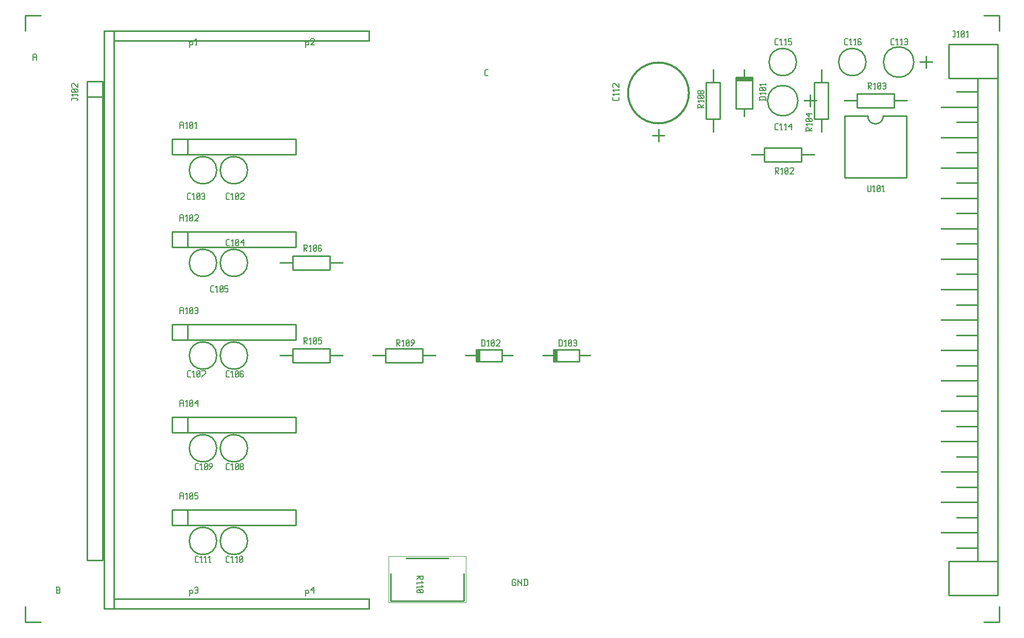
<source format=gbr>
G04 start of page 10 for group -4079 idx -4079 *
G04 Title: 26.003.00.01.01.pcb, topsilk *
G04 Creator: pcb 20100929 *
G04 CreationDate: Wed Mar 18 07:56:07 2015 UTC *
G04 For: bert *
G04 Format: Gerber/RS-274X *
G04 PCB-Dimensions: 649606 413386 *
G04 PCB-Coordinate-Origin: lower left *
%MOIN*%
%FSLAX25Y25*%
%LNFRONTSILK*%
%ADD26C,0.0100*%
%ADD27C,0.0080*%
%ADD32C,0.0120*%
%ADD33C,0.0000*%
G54D26*X0Y413386D02*X10000D01*
X51181Y403543D02*X222441D01*
X57480Y397244D02*X222441D01*
Y403543D02*Y397244D01*
X0Y413386D02*Y403386D01*
X222441Y29528D02*Y35827D01*
X51181Y29528D02*X222441D01*
X630000Y20886D02*Y30886D01*
Y20886D02*X620000D01*
X57480Y403543D02*Y29528D01*
Y35827D02*X222441D01*
X51181Y403543D02*Y29528D01*
X0Y20886D02*X10000D01*
X0D02*Y30886D01*
X40000Y370886D02*X50000D01*
X40000Y360886D02*X50000D01*
X40000Y370886D02*Y60886D01*
X50000Y370886D02*Y60886D01*
X40000D02*X50000D01*
X95000Y333386D02*Y323386D01*
X105000Y333386D02*Y323386D01*
X95000D02*X175000D01*
X95000Y333386D02*X175000D01*
Y323386D01*
X95000Y273386D02*Y263386D01*
X105000Y273386D02*Y263386D01*
X95000D02*X175000D01*
X95000Y273386D02*X175000D01*
Y263386D01*
X630000Y413386D02*X620000D01*
X630000D02*Y403386D01*
X578779Y383386D02*X586653D01*
X582716Y387323D02*Y379449D01*
X574842Y383386D02*G75*G03X574842Y383386I-9843J0D01*G01*
X629132Y394883D02*Y38190D01*
X616140Y372836D02*Y60237D01*
X592518Y334647D02*X616140D01*
X602360Y364174D02*X616140D01*
X592518Y236221D02*X616139D01*
X602360Y285434D02*X616140D01*
X592518Y275591D02*X616139D01*
Y236221D02*X616140Y236222D01*
X616139Y275591D02*X616140Y275592D01*
X602360Y265749D02*X616140D01*
X616139Y255906D02*X616140Y255907D01*
X592518Y255906D02*X616139D01*
Y314961D02*X616140Y314962D01*
X602360Y305119D02*X616140D01*
X616139Y295276D02*X616140Y295277D01*
X592518Y295276D02*X616139D01*
X602360Y246064D02*X616140D01*
X602360Y206694D02*X616140D01*
X592518Y216537D02*X616140D01*
X602360Y226379D02*X616140D01*
X592518Y177167D02*X616140D01*
X602360Y187009D02*X616140D01*
X592518Y196852D02*X616140D01*
X602360Y147639D02*X616140D01*
X592518Y157481D02*X616140D01*
X602360Y167324D02*X616140D01*
X592518Y118111D02*X616140D01*
X602360Y127954D02*X616140D01*
X592518Y137796D02*X616140D01*
X602360Y88584D02*X616140D01*
X592518Y98426D02*X616140D01*
X592518Y354332D02*X616140D01*
X602360Y344489D02*X616140D01*
X602360Y324804D02*X616140D01*
X592518Y314961D02*X616139D01*
X602360Y108269D02*X615746D01*
X616140Y107875D01*
X592518Y78741D02*X616140D01*
X602360Y68899D02*X616140D01*
X597242Y394883D02*X629132D01*
X597242D02*Y372836D01*
X629132D01*
X597242Y38190D02*X629132D01*
X597242Y60237D02*Y38190D01*
Y60237D02*X629132D01*
X445000Y378686D02*Y370286D01*
Y346486D02*Y338086D01*
X440500Y370286D02*X449500D01*
X440500Y346486D02*X449500D01*
Y370286D02*Y346486D01*
X440500Y370286D02*Y346486D01*
X409606Y339764D02*Y331890D01*
X405669Y335827D02*X413543D01*
G54D32*X409606Y343701D02*G75*G03X409606Y343701I0J19685D01*G01*
G54D26*X465000Y378686D02*Y373586D01*
Y353186D02*Y348086D01*
X459700Y373586D02*X470300D01*
X459700Y353186D02*X470300D01*
Y373586D02*Y353186D01*
X459700Y373586D02*Y353186D01*
Y373086D02*X470300D01*
X459700Y372586D02*X470300D01*
X459700Y372086D02*X470300D01*
X459700Y371586D02*X470300D01*
X503779Y358386D02*X511653D01*
X507716Y362323D02*Y354449D01*
X499842Y358386D02*G75*G03X499842Y358386I-9843J0D01*G01*
X498858Y383386D02*G75*G03X498858Y383386I-8858J0D01*G01*
X530000Y348386D02*Y308386D01*
X570000D01*
Y348386D01*
X530000D02*X545000D01*
X555000D02*X570000D01*
X545000D02*G75*G03X555000Y348386I5000J0D01*G01*
X515000Y378686D02*Y370286D01*
Y346486D02*Y338086D01*
X510500Y370286D02*X519500D01*
X510500Y346486D02*X519500D01*
Y370286D02*Y346486D01*
X510500Y370286D02*Y346486D01*
X529700Y358386D02*X538100D01*
X561900D02*X570300D01*
X538100Y362886D02*Y353886D01*
X561900Y362886D02*Y353886D01*
X538100Y362886D02*X561900D01*
X538100Y353886D02*X561900D01*
X334700Y193386D02*X341600D01*
X358400D02*X365300D01*
X341600Y197086D02*Y189686D01*
X358400Y197086D02*Y189686D01*
X341600Y197086D02*X358400D01*
X341600Y189686D02*X358400D01*
X342100Y197086D02*Y189686D01*
X342600Y197086D02*Y189686D01*
X343100Y197086D02*Y189686D01*
X343600Y197086D02*Y189686D01*
X256900Y193386D02*X265300D01*
X224700D02*X233100D01*
X256900Y197886D02*Y188886D01*
X233100Y197886D02*Y188886D01*
X256900D01*
X233100Y197886D02*X256900D01*
X284700Y193386D02*X291600D01*
X308400D02*X315300D01*
X291600Y197086D02*Y189686D01*
X308400Y197086D02*Y189686D01*
X291600Y197086D02*X308400D01*
X291600Y189686D02*X308400D01*
X292100Y197086D02*Y189686D01*
X292600Y197086D02*Y189686D01*
X293100Y197086D02*Y189686D01*
X293600Y197086D02*Y189686D01*
X543858Y383386D02*G75*G03X543858Y383386I-8858J0D01*G01*
X469700Y323386D02*X478100D01*
X501900D02*X510300D01*
X478100Y327886D02*Y318886D01*
X501900Y327886D02*Y318886D01*
X478100Y327886D02*X501900D01*
X478100Y318886D02*X501900D01*
X143858Y313386D02*G75*G03X143858Y313386I-8858J0D01*G01*
X123858D02*G75*G03X123858Y313386I-8858J0D01*G01*
X236378Y34606D02*X283622D01*
X236378Y52165D02*Y34606D01*
X246378Y62165D02*X273622D01*
X283622Y52165D02*Y34606D01*
G54D33*X235000Y33386D02*X285000D01*
X235000Y63386D02*Y33386D01*
Y63386D02*X285000D01*
Y33386D01*
G54D26*X173100Y193386D02*X164700D01*
X196900D02*X205300D01*
X173100Y197886D02*Y188886D01*
X196900Y197886D02*Y188886D01*
X173100Y197886D02*X196900D01*
X173100Y188886D02*X196900D01*
X143858Y253386D02*G75*G03X143858Y253386I-8858J0D01*G01*
X173100D02*X164700D01*
X196900D02*X205300D01*
X173100Y257886D02*Y248886D01*
X196900Y257886D02*Y248886D01*
X173100Y257886D02*X196900D01*
X173100Y248886D02*X196900D01*
X123858Y253386D02*G75*G03X123858Y253386I-8858J0D01*G01*
X95000Y213386D02*Y203386D01*
X105000Y213386D02*Y203386D01*
X95000D02*X175000D01*
X95000Y213386D02*X175000D01*
Y203386D01*
X95000Y153386D02*Y143386D01*
X105000Y153386D02*Y143386D01*
X95000D02*X175000D01*
X95000Y153386D02*X175000D01*
Y143386D01*
X143858Y133386D02*G75*G03X143858Y133386I-8858J0D01*G01*
X123858D02*G75*G03X123858Y133386I-8858J0D01*G01*
X143858Y193386D02*G75*G03X143858Y193386I-8858J0D01*G01*
X123858D02*G75*G03X123858Y193386I-8858J0D01*G01*
X143858Y73386D02*G75*G03X143858Y73386I-8858J0D01*G01*
X123858D02*G75*G03X123858Y73386I-8858J0D01*G01*
X95000Y93386D02*Y83386D01*
X105000Y93386D02*Y83386D01*
X95000D02*X175000D01*
X95000Y93386D02*X175000D01*
Y83386D01*
G54D27*X30000Y359886D02*Y358386D01*
Y359886D02*X33500D01*
X34000Y359386D02*X33500Y359886D01*
X34000Y359386D02*Y358886D01*
X33500Y358386D02*X34000Y358886D01*
Y362587D02*Y361587D01*
X30000Y362087D02*X34000D01*
X31000Y361087D02*X30000Y362087D01*
X33500Y363788D02*X34000Y364288D01*
X30500Y363788D02*X33500D01*
X30500D02*X30000Y364288D01*
Y365288D02*Y364288D01*
Y365288D02*X30500Y365788D01*
X33500D01*
X34000Y365288D02*X33500Y365788D01*
X34000Y365288D02*Y364288D01*
X33000Y363788D02*X31000Y365788D01*
X30500Y366989D02*X30000Y367489D01*
Y368989D02*Y367489D01*
Y368989D02*X30500Y369489D01*
X31500D01*
X34000Y366989D02*X31500Y369489D01*
X34000D02*Y366989D01*
X5000Y387886D02*Y384386D01*
Y387886D02*X5500Y388386D01*
X7000D01*
X7500Y387886D01*
Y384386D01*
X5000Y386386D02*X7500D01*
X20000Y39386D02*X22000D01*
X22500Y39886D01*
Y40886D02*Y39886D01*
X22000Y41386D02*X22500Y40886D01*
X20500Y41386D02*X22000D01*
X20500Y43386D02*Y39386D01*
X20000Y43386D02*X22000D01*
X22500Y42886D01*
Y41886D01*
X22000Y41386D02*X22500Y41886D01*
X105500Y294386D02*X107000D01*
X105000Y294886D02*X105500Y294386D01*
X105000Y297886D02*Y294886D01*
Y297886D02*X105500Y298386D01*
X107000D01*
X108701Y294386D02*X109701D01*
X109201Y298386D02*Y294386D01*
X108201Y297386D02*X109201Y298386D01*
X110902Y294886D02*X111402Y294386D01*
X110902Y297886D02*Y294886D01*
Y297886D02*X111402Y298386D01*
X112402D01*
X112902Y297886D01*
Y294886D01*
X112402Y294386D02*X112902Y294886D01*
X111402Y294386D02*X112402D01*
X110902Y295386D02*X112902Y297386D01*
X114103Y297886D02*X114603Y298386D01*
X115603D01*
X116103Y297886D01*
Y294886D01*
X115603Y294386D02*X116103Y294886D01*
X114603Y294386D02*X115603D01*
X114103Y294886D02*X114603Y294386D01*
Y296386D02*X116103D01*
X100000Y343886D02*Y340386D01*
Y343886D02*X100500Y344386D01*
X102000D01*
X102500Y343886D01*
Y340386D01*
X100000Y342386D02*X102500D01*
X104201Y340386D02*X105201D01*
X104701Y344386D02*Y340386D01*
X103701Y343386D02*X104701Y344386D01*
X106402Y340886D02*X106902Y340386D01*
X106402Y343886D02*Y340886D01*
Y343886D02*X106902Y344386D01*
X107902D01*
X108402Y343886D01*
Y340886D01*
X107902Y340386D02*X108402Y340886D01*
X106902Y340386D02*X107902D01*
X106402Y341386D02*X108402Y343386D01*
X110103Y340386D02*X111103D01*
X110603Y344386D02*Y340386D01*
X109603Y343386D02*X110603Y344386D01*
X100000Y283886D02*Y280386D01*
Y283886D02*X100500Y284386D01*
X102000D01*
X102500Y283886D01*
Y280386D01*
X100000Y282386D02*X102500D01*
X104201Y280386D02*X105201D01*
X104701Y284386D02*Y280386D01*
X103701Y283386D02*X104701Y284386D01*
X106402Y280886D02*X106902Y280386D01*
X106402Y283886D02*Y280886D01*
Y283886D02*X106902Y284386D01*
X107902D01*
X108402Y283886D01*
Y280886D01*
X107902Y280386D02*X108402Y280886D01*
X106902Y280386D02*X107902D01*
X106402Y281386D02*X108402Y283386D01*
X109603Y283886D02*X110103Y284386D01*
X111603D01*
X112103Y283886D01*
Y282886D01*
X109603Y280386D02*X112103Y282886D01*
X109603Y280386D02*X112103D01*
X100000Y223886D02*Y220386D01*
Y223886D02*X100500Y224386D01*
X102000D01*
X102500Y223886D01*
Y220386D01*
X100000Y222386D02*X102500D01*
X104201Y220386D02*X105201D01*
X104701Y224386D02*Y220386D01*
X103701Y223386D02*X104701Y224386D01*
X106402Y220886D02*X106902Y220386D01*
X106402Y223886D02*Y220886D01*
Y223886D02*X106902Y224386D01*
X107902D01*
X108402Y223886D01*
Y220886D01*
X107902Y220386D02*X108402Y220886D01*
X106902Y220386D02*X107902D01*
X106402Y221386D02*X108402Y223386D01*
X109603Y223886D02*X110103Y224386D01*
X111103D01*
X111603Y223886D01*
Y220886D01*
X111103Y220386D02*X111603Y220886D01*
X110103Y220386D02*X111103D01*
X109603Y220886D02*X110103Y220386D01*
Y222386D02*X111603D01*
X100000Y163886D02*Y160386D01*
Y163886D02*X100500Y164386D01*
X102000D01*
X102500Y163886D01*
Y160386D01*
X100000Y162386D02*X102500D01*
X104201Y160386D02*X105201D01*
X104701Y164386D02*Y160386D01*
X103701Y163386D02*X104701Y164386D01*
X106402Y160886D02*X106902Y160386D01*
X106402Y163886D02*Y160886D01*
Y163886D02*X106902Y164386D01*
X107902D01*
X108402Y163886D01*
Y160886D01*
X107902Y160386D02*X108402Y160886D01*
X106902Y160386D02*X107902D01*
X106402Y161386D02*X108402Y163386D01*
X109603Y162386D02*X111603Y164386D01*
X109603Y162386D02*X112103D01*
X111603Y164386D02*Y160386D01*
X100000Y103886D02*Y100386D01*
Y103886D02*X100500Y104386D01*
X102000D01*
X102500Y103886D01*
Y100386D01*
X100000Y102386D02*X102500D01*
X104201Y100386D02*X105201D01*
X104701Y104386D02*Y100386D01*
X103701Y103386D02*X104701Y104386D01*
X106402Y100886D02*X106902Y100386D01*
X106402Y103886D02*Y100886D01*
Y103886D02*X106902Y104386D01*
X107902D01*
X108402Y103886D01*
Y100886D01*
X107902Y100386D02*X108402Y100886D01*
X106902Y100386D02*X107902D01*
X106402Y101386D02*X108402Y103386D01*
X109603Y104386D02*X111603D01*
X109603D02*Y102386D01*
X110103Y102886D01*
X111103D01*
X111603Y102386D01*
Y100886D01*
X111103Y100386D02*X111603Y100886D01*
X110103Y100386D02*X111103D01*
X109603Y100886D02*X110103Y100386D01*
X560500Y394386D02*X562000D01*
X560000Y394886D02*X560500Y394386D01*
X560000Y397886D02*Y394886D01*
Y397886D02*X560500Y398386D01*
X562000D01*
X563701Y394386D02*X564701D01*
X564201Y398386D02*Y394386D01*
X563201Y397386D02*X564201Y398386D01*
X566402Y394386D02*X567402D01*
X566902Y398386D02*Y394386D01*
X565902Y397386D02*X566902Y398386D01*
X568603Y397886D02*X569103Y398386D01*
X570103D01*
X570603Y397886D01*
Y394886D01*
X570103Y394386D02*X570603Y394886D01*
X569103Y394386D02*X570103D01*
X568603Y394886D02*X569103Y394386D01*
Y396386D02*X570603D01*
X545000Y303386D02*Y299886D01*
X545500Y299386D01*
X546500D01*
X547000Y299886D01*
Y303386D02*Y299886D01*
X548701Y299386D02*X549701D01*
X549201Y303386D02*Y299386D01*
X548201Y302386D02*X549201Y303386D01*
X550902Y299886D02*X551402Y299386D01*
X550902Y302886D02*Y299886D01*
Y302886D02*X551402Y303386D01*
X552402D01*
X552902Y302886D01*
Y299886D01*
X552402Y299386D02*X552902Y299886D01*
X551402Y299386D02*X552402D01*
X550902Y300386D02*X552902Y302386D01*
X554603Y299386D02*X555603D01*
X555103Y303386D02*Y299386D01*
X554103Y302386D02*X555103Y303386D01*
X600000Y403386D02*X601500D01*
Y399886D01*
X601000Y399386D02*X601500Y399886D01*
X600500Y399386D02*X601000D01*
X600000Y399886D02*X600500Y399386D01*
X603201D02*X604201D01*
X603701Y403386D02*Y399386D01*
X602701Y402386D02*X603701Y403386D01*
X605402Y399886D02*X605902Y399386D01*
X605402Y402886D02*Y399886D01*
Y402886D02*X605902Y403386D01*
X606902D01*
X607402Y402886D01*
Y399886D01*
X606902Y399386D02*X607402Y399886D01*
X605902Y399386D02*X606902D01*
X605402Y400386D02*X607402Y402386D01*
X609103Y399386D02*X610103D01*
X609603Y403386D02*Y399386D01*
X608603Y402386D02*X609603Y403386D01*
X545000Y369886D02*X547000D01*
X547500Y369386D01*
Y368386D01*
X547000Y367886D02*X547500Y368386D01*
X545500Y367886D02*X547000D01*
X545500Y369886D02*Y365886D01*
Y367886D02*X547500Y365886D01*
X549201D02*X550201D01*
X549701Y369886D02*Y365886D01*
X548701Y368886D02*X549701Y369886D01*
X551402Y366386D02*X551902Y365886D01*
X551402Y369386D02*Y366386D01*
Y369386D02*X551902Y369886D01*
X552902D01*
X553402Y369386D01*
Y366386D01*
X552902Y365886D02*X553402Y366386D01*
X551902Y365886D02*X552902D01*
X551402Y366886D02*X553402Y368886D01*
X554603Y369386D02*X555103Y369886D01*
X556103D01*
X556603Y369386D01*
Y366386D01*
X556103Y365886D02*X556603Y366386D01*
X555103Y365886D02*X556103D01*
X554603Y366386D02*X555103Y365886D01*
Y367886D02*X556603D01*
X485500Y339386D02*X487000D01*
X485000Y339886D02*X485500Y339386D01*
X485000Y342886D02*Y339886D01*
Y342886D02*X485500Y343386D01*
X487000D01*
X488701Y339386D02*X489701D01*
X489201Y343386D02*Y339386D01*
X488201Y342386D02*X489201Y343386D01*
X491402Y339386D02*X492402D01*
X491902Y343386D02*Y339386D01*
X490902Y342386D02*X491902Y343386D01*
X493603Y341386D02*X495603Y343386D01*
X493603Y341386D02*X496103D01*
X495603Y343386D02*Y339386D01*
X485500Y394386D02*X487000D01*
X485000Y394886D02*X485500Y394386D01*
X485000Y397886D02*Y394886D01*
Y397886D02*X485500Y398386D01*
X487000D01*
X488701Y394386D02*X489701D01*
X489201Y398386D02*Y394386D01*
X488201Y397386D02*X489201Y398386D01*
X491402Y394386D02*X492402D01*
X491902Y398386D02*Y394386D01*
X490902Y397386D02*X491902Y398386D01*
X493603D02*X495603D01*
X493603D02*Y396386D01*
X494103Y396886D01*
X495103D01*
X495603Y396386D01*
Y394886D01*
X495103Y394386D02*X495603Y394886D01*
X494103Y394386D02*X495103D01*
X493603Y394886D02*X494103Y394386D01*
X475000Y358886D02*X479000D01*
X475000Y360386D02*X475500Y360886D01*
X478500D01*
X479000Y360386D02*X478500Y360886D01*
X479000Y360386D02*Y358386D01*
X475000Y360386D02*Y358386D01*
X479000Y363587D02*Y362587D01*
X475000Y363087D02*X479000D01*
X476000Y362087D02*X475000Y363087D01*
X478500Y364788D02*X479000Y365288D01*
X475500Y364788D02*X478500D01*
X475500D02*X475000Y365288D01*
Y366288D02*Y365288D01*
Y366288D02*X475500Y366788D01*
X478500D01*
X479000Y366288D02*X478500Y366788D01*
X479000Y366288D02*Y365288D01*
X478000Y364788D02*X476000Y366788D01*
X479000Y369489D02*Y368489D01*
X475000Y368989D02*X479000D01*
X476000Y367989D02*X475000Y368989D01*
X505000Y340386D02*Y338386D01*
Y340386D02*X505500Y340886D01*
X506500D01*
X507000Y340386D02*X506500Y340886D01*
X507000Y340386D02*Y338886D01*
X505000D02*X509000D01*
X507000D02*X509000Y340886D01*
Y343587D02*Y342587D01*
X505000Y343087D02*X509000D01*
X506000Y342087D02*X505000Y343087D01*
X508500Y344788D02*X509000Y345288D01*
X505500Y344788D02*X508500D01*
X505500D02*X505000Y345288D01*
Y346288D02*Y345288D01*
Y346288D02*X505500Y346788D01*
X508500D01*
X509000Y346288D02*X508500Y346788D01*
X509000Y346288D02*Y345288D01*
X508000Y344788D02*X506000Y346788D01*
X507000Y347989D02*X505000Y349989D01*
X507000Y350489D02*Y347989D01*
X505000Y349989D02*X509000D01*
X530500Y394386D02*X532000D01*
X530000Y394886D02*X530500Y394386D01*
X530000Y397886D02*Y394886D01*
Y397886D02*X530500Y398386D01*
X532000D01*
X533701Y394386D02*X534701D01*
X534201Y398386D02*Y394386D01*
X533201Y397386D02*X534201Y398386D01*
X536402Y394386D02*X537402D01*
X536902Y398386D02*Y394386D01*
X535902Y397386D02*X536902Y398386D01*
X540103D02*X540603Y397886D01*
X539103Y398386D02*X540103D01*
X538603Y397886D02*X539103Y398386D01*
X538603Y397886D02*Y394886D01*
X539103Y394386D01*
X540103Y396386D02*X540603Y395886D01*
X538603Y396386D02*X540103D01*
X539103Y394386D02*X540103D01*
X540603Y394886D01*
Y395886D02*Y394886D01*
X106500Y395886D02*Y392886D01*
X106000Y396386D02*X106500Y395886D01*
X107000Y396386D01*
X108000D01*
X108500Y395886D01*
Y394886D01*
X108000Y394386D02*X108500Y394886D01*
X107000Y394386D02*X108000D01*
X106500Y394886D02*X107000Y394386D01*
X110201D02*X111201D01*
X110701Y398386D02*Y394386D01*
X109701Y397386D02*X110701Y398386D01*
X181500Y395886D02*Y392886D01*
X181000Y396386D02*X181500Y395886D01*
X182000Y396386D01*
X183000D01*
X183500Y395886D01*
Y394886D01*
X183000Y394386D02*X183500Y394886D01*
X182000Y394386D02*X183000D01*
X181500Y394886D02*X182000Y394386D01*
X184701Y397886D02*X185201Y398386D01*
X186701D01*
X187201Y397886D01*
Y396886D01*
X184701Y394386D02*X187201Y396886D01*
X184701Y394386D02*X187201D01*
X435000Y355386D02*Y353386D01*
Y355386D02*X435500Y355886D01*
X436500D01*
X437000Y355386D02*X436500Y355886D01*
X437000Y355386D02*Y353886D01*
X435000D02*X439000D01*
X437000D02*X439000Y355886D01*
Y358587D02*Y357587D01*
X435000Y358087D02*X439000D01*
X436000Y357087D02*X435000Y358087D01*
X438500Y359788D02*X439000Y360288D01*
X435500Y359788D02*X438500D01*
X435500D02*X435000Y360288D01*
Y361288D02*Y360288D01*
Y361288D02*X435500Y361788D01*
X438500D01*
X439000Y361288D02*X438500Y361788D01*
X439000Y361288D02*Y360288D01*
X438000Y359788D02*X436000Y361788D01*
X438500Y362989D02*X439000Y363489D01*
X437500Y362989D02*X438500D01*
X437500D02*X437000Y363489D01*
Y364489D02*Y363489D01*
Y364489D02*X437500Y364989D01*
X438500D01*
X439000Y364489D02*X438500Y364989D01*
X439000Y364489D02*Y363489D01*
X436500Y362989D02*X437000Y363489D01*
X435500Y362989D02*X436500D01*
X435500D02*X435000Y363489D01*
Y364489D02*Y363489D01*
Y364489D02*X435500Y364989D01*
X436500D01*
X437000Y364489D02*X436500Y364989D01*
X384000Y360386D02*Y358886D01*
X383500Y358386D02*X384000Y358886D01*
X380500Y358386D02*X383500D01*
X380500D02*X380000Y358886D01*
Y360386D02*Y358886D01*
X384000Y363087D02*Y362087D01*
X380000Y362587D02*X384000D01*
X381000Y361587D02*X380000Y362587D01*
X384000Y365788D02*Y364788D01*
X380000Y365288D02*X384000D01*
X381000Y364288D02*X380000Y365288D01*
X380500Y366989D02*X380000Y367489D01*
Y368989D02*Y367489D01*
Y368989D02*X380500Y369489D01*
X381500D01*
X384000Y366989D02*X381500Y369489D01*
X384000D02*Y366989D01*
X298000Y374386D02*X299500D01*
X297500Y374886D02*X298000Y374386D01*
X297500Y377886D02*Y374886D01*
Y377886D02*X298000Y378386D01*
X299500D01*
X485000Y314886D02*X487000D01*
X487500Y314386D01*
Y313386D01*
X487000Y312886D02*X487500Y313386D01*
X485500Y312886D02*X487000D01*
X485500Y314886D02*Y310886D01*
Y312886D02*X487500Y310886D01*
X489201D02*X490201D01*
X489701Y314886D02*Y310886D01*
X488701Y313886D02*X489701Y314886D01*
X491402Y311386D02*X491902Y310886D01*
X491402Y314386D02*Y311386D01*
Y314386D02*X491902Y314886D01*
X492902D01*
X493402Y314386D01*
Y311386D01*
X492902Y310886D02*X493402Y311386D01*
X491902Y310886D02*X492902D01*
X491402Y311886D02*X493402Y313886D01*
X494603Y314386D02*X495103Y314886D01*
X496603D01*
X497103Y314386D01*
Y313386D01*
X494603Y310886D02*X497103Y313386D01*
X494603Y310886D02*X497103D01*
X345500Y203386D02*Y199386D01*
X347000Y203386D02*X347500Y202886D01*
Y199886D01*
X347000Y199386D02*X347500Y199886D01*
X345000Y199386D02*X347000D01*
X345000Y203386D02*X347000D01*
X349201Y199386D02*X350201D01*
X349701Y203386D02*Y199386D01*
X348701Y202386D02*X349701Y203386D01*
X351402Y199886D02*X351902Y199386D01*
X351402Y202886D02*Y199886D01*
Y202886D02*X351902Y203386D01*
X352902D01*
X353402Y202886D01*
Y199886D01*
X352902Y199386D02*X353402Y199886D01*
X351902Y199386D02*X352902D01*
X351402Y200386D02*X353402Y202386D01*
X354603Y202886D02*X355103Y203386D01*
X356103D01*
X356603Y202886D01*
Y199886D01*
X356103Y199386D02*X356603Y199886D01*
X355103Y199386D02*X356103D01*
X354603Y199886D02*X355103Y199386D01*
Y201386D02*X356603D01*
X240000Y203386D02*X242000D01*
X242500Y202886D01*
Y201886D01*
X242000Y201386D02*X242500Y201886D01*
X240500Y201386D02*X242000D01*
X240500Y203386D02*Y199386D01*
Y201386D02*X242500Y199386D01*
X244201D02*X245201D01*
X244701Y203386D02*Y199386D01*
X243701Y202386D02*X244701Y203386D01*
X246402Y199886D02*X246902Y199386D01*
X246402Y202886D02*Y199886D01*
Y202886D02*X246902Y203386D01*
X247902D01*
X248402Y202886D01*
Y199886D01*
X247902Y199386D02*X248402Y199886D01*
X246902Y199386D02*X247902D01*
X246402Y200386D02*X248402Y202386D01*
X249603Y199386D02*X251603Y201386D01*
Y202886D02*Y201386D01*
X251103Y203386D02*X251603Y202886D01*
X250103Y203386D02*X251103D01*
X249603Y202886D02*X250103Y203386D01*
X249603Y202886D02*Y201886D01*
X250103Y201386D01*
X251603D01*
X295500Y203386D02*Y199386D01*
X297000Y203386D02*X297500Y202886D01*
Y199886D01*
X297000Y199386D02*X297500Y199886D01*
X295000Y199386D02*X297000D01*
X295000Y203386D02*X297000D01*
X299201Y199386D02*X300201D01*
X299701Y203386D02*Y199386D01*
X298701Y202386D02*X299701Y203386D01*
X301402Y199886D02*X301902Y199386D01*
X301402Y202886D02*Y199886D01*
Y202886D02*X301902Y203386D01*
X302902D01*
X303402Y202886D01*
Y199886D01*
X302902Y199386D02*X303402Y199886D01*
X301902Y199386D02*X302902D01*
X301402Y200386D02*X303402Y202386D01*
X304603Y202886D02*X305103Y203386D01*
X306603D01*
X307103Y202886D01*
Y201886D01*
X304603Y199386D02*X307103Y201886D01*
X304603Y199386D02*X307103D01*
X257500Y50886D02*Y48886D01*
X257000Y48386D01*
X256000D02*X257000D01*
X255500Y48886D02*X256000Y48386D01*
X255500Y50386D02*Y48886D01*
X253500Y50386D02*X257500D01*
X255500D02*X253500Y48386D01*
Y46685D02*Y45685D01*
Y46185D02*X257500D01*
X256500Y47185D02*X257500Y46185D01*
X253500Y43984D02*Y42984D01*
Y43484D02*X257500D01*
X256500Y44484D02*X257500Y43484D01*
X254000Y41783D02*X253500Y41283D01*
X254000Y41783D02*X257000D01*
X257500Y41283D01*
Y40283D01*
X257000Y39783D01*
X254000D02*X257000D01*
X253500Y40283D02*X254000Y39783D01*
X253500Y41283D02*Y40283D01*
X254500Y41783D02*X256500Y39783D01*
X106500Y40886D02*Y37886D01*
X106000Y41386D02*X106500Y40886D01*
X107000Y41386D01*
X108000D01*
X108500Y40886D01*
Y39886D01*
X108000Y39386D02*X108500Y39886D01*
X107000Y39386D02*X108000D01*
X106500Y39886D02*X107000Y39386D01*
X109701Y42886D02*X110201Y43386D01*
X111201D01*
X111701Y42886D01*
Y39886D01*
X111201Y39386D02*X111701Y39886D01*
X110201Y39386D02*X111201D01*
X109701Y39886D02*X110201Y39386D01*
Y41386D02*X111701D01*
X317000Y48386D02*X317500Y47886D01*
X315500Y48386D02*X317000D01*
X315000Y47886D02*X315500Y48386D01*
X315000Y47886D02*Y44886D01*
X315500Y44386D01*
X317000D01*
X317500Y44886D01*
Y45886D02*Y44886D01*
X317000Y46386D02*X317500Y45886D01*
X316000Y46386D02*X317000D01*
X318701Y48386D02*Y44386D01*
Y48386D02*Y47886D01*
X321201Y45386D01*
Y48386D02*Y44386D01*
X322902Y48386D02*Y44386D01*
X324402Y48386D02*X324902Y47886D01*
Y44886D01*
X324402Y44386D02*X324902Y44886D01*
X322402Y44386D02*X324402D01*
X322402Y48386D02*X324402D01*
X181500Y40886D02*Y37886D01*
X181000Y41386D02*X181500Y40886D01*
X182000Y41386D01*
X183000D01*
X183500Y40886D01*
Y39886D01*
X183000Y39386D02*X183500Y39886D01*
X182000Y39386D02*X183000D01*
X181500Y39886D02*X182000Y39386D01*
X184701Y41386D02*X186701Y43386D01*
X184701Y41386D02*X187201D01*
X186701Y43386D02*Y39386D01*
X180000Y204886D02*X182000D01*
X182500Y204386D01*
Y203386D01*
X182000Y202886D02*X182500Y203386D01*
X180500Y202886D02*X182000D01*
X180500Y204886D02*Y200886D01*
Y202886D02*X182500Y200886D01*
X184201D02*X185201D01*
X184701Y204886D02*Y200886D01*
X183701Y203886D02*X184701Y204886D01*
X186402Y201386D02*X186902Y200886D01*
X186402Y204386D02*Y201386D01*
Y204386D02*X186902Y204886D01*
X187902D01*
X188402Y204386D01*
Y201386D01*
X187902Y200886D02*X188402Y201386D01*
X186902Y200886D02*X187902D01*
X186402Y201886D02*X188402Y203886D01*
X189603Y204886D02*X191603D01*
X189603D02*Y202886D01*
X190103Y203386D01*
X191103D01*
X191603Y202886D01*
Y201386D01*
X191103Y200886D02*X191603Y201386D01*
X190103Y200886D02*X191103D01*
X189603Y201386D02*X190103Y200886D01*
X180000Y264886D02*X182000D01*
X182500Y264386D01*
Y263386D01*
X182000Y262886D02*X182500Y263386D01*
X180500Y262886D02*X182000D01*
X180500Y264886D02*Y260886D01*
Y262886D02*X182500Y260886D01*
X184201D02*X185201D01*
X184701Y264886D02*Y260886D01*
X183701Y263886D02*X184701Y264886D01*
X186402Y261386D02*X186902Y260886D01*
X186402Y264386D02*Y261386D01*
Y264386D02*X186902Y264886D01*
X187902D01*
X188402Y264386D01*
Y261386D01*
X187902Y260886D02*X188402Y261386D01*
X186902Y260886D02*X187902D01*
X186402Y261886D02*X188402Y263886D01*
X191103Y264886D02*X191603Y264386D01*
X190103Y264886D02*X191103D01*
X189603Y264386D02*X190103Y264886D01*
X189603Y264386D02*Y261386D01*
X190103Y260886D01*
X191103Y262886D02*X191603Y262386D01*
X189603Y262886D02*X191103D01*
X190103Y260886D02*X191103D01*
X191603Y261386D01*
Y262386D02*Y261386D01*
X130500Y119386D02*X132000D01*
X130000Y119886D02*X130500Y119386D01*
X130000Y122886D02*Y119886D01*
Y122886D02*X130500Y123386D01*
X132000D01*
X133701Y119386D02*X134701D01*
X134201Y123386D02*Y119386D01*
X133201Y122386D02*X134201Y123386D01*
X135902Y119886D02*X136402Y119386D01*
X135902Y122886D02*Y119886D01*
Y122886D02*X136402Y123386D01*
X137402D01*
X137902Y122886D01*
Y119886D01*
X137402Y119386D02*X137902Y119886D01*
X136402Y119386D02*X137402D01*
X135902Y120386D02*X137902Y122386D01*
X139103Y119886D02*X139603Y119386D01*
X139103Y120886D02*Y119886D01*
Y120886D02*X139603Y121386D01*
X140603D01*
X141103Y120886D01*
Y119886D01*
X140603Y119386D02*X141103Y119886D01*
X139603Y119386D02*X140603D01*
X139103Y121886D02*X139603Y121386D01*
X139103Y122886D02*Y121886D01*
Y122886D02*X139603Y123386D01*
X140603D01*
X141103Y122886D01*
Y121886D01*
X140603Y121386D02*X141103Y121886D01*
X130500Y294386D02*X132000D01*
X130000Y294886D02*X130500Y294386D01*
X130000Y297886D02*Y294886D01*
Y297886D02*X130500Y298386D01*
X132000D01*
X133701Y294386D02*X134701D01*
X134201Y298386D02*Y294386D01*
X133201Y297386D02*X134201Y298386D01*
X135902Y294886D02*X136402Y294386D01*
X135902Y297886D02*Y294886D01*
Y297886D02*X136402Y298386D01*
X137402D01*
X137902Y297886D01*
Y294886D01*
X137402Y294386D02*X137902Y294886D01*
X136402Y294386D02*X137402D01*
X135902Y295386D02*X137902Y297386D01*
X139103Y297886D02*X139603Y298386D01*
X141103D01*
X141603Y297886D01*
Y296886D01*
X139103Y294386D02*X141603Y296886D01*
X139103Y294386D02*X141603D01*
X130658Y264544D02*X132158D01*
X130158Y265044D02*X130658Y264544D01*
X130158Y268044D02*Y265044D01*
Y268044D02*X130658Y268544D01*
X132158D01*
X133859Y264544D02*X134859D01*
X134359Y268544D02*Y264544D01*
X133359Y267544D02*X134359Y268544D01*
X136060Y265044D02*X136560Y264544D01*
X136060Y268044D02*Y265044D01*
Y268044D02*X136560Y268544D01*
X137560D01*
X138060Y268044D01*
Y265044D01*
X137560Y264544D02*X138060Y265044D01*
X136560Y264544D02*X137560D01*
X136060Y265544D02*X138060Y267544D01*
X139261Y266544D02*X141261Y268544D01*
X139261Y266544D02*X141761D01*
X141261Y268544D02*Y264544D01*
X120500Y234386D02*X122000D01*
X120000Y234886D02*X120500Y234386D01*
X120000Y237886D02*Y234886D01*
Y237886D02*X120500Y238386D01*
X122000D01*
X123701Y234386D02*X124701D01*
X124201Y238386D02*Y234386D01*
X123201Y237386D02*X124201Y238386D01*
X125902Y234886D02*X126402Y234386D01*
X125902Y237886D02*Y234886D01*
Y237886D02*X126402Y238386D01*
X127402D01*
X127902Y237886D01*
Y234886D01*
X127402Y234386D02*X127902Y234886D01*
X126402Y234386D02*X127402D01*
X125902Y235386D02*X127902Y237386D01*
X129103Y238386D02*X131103D01*
X129103D02*Y236386D01*
X129603Y236886D01*
X130603D01*
X131103Y236386D01*
Y234886D01*
X130603Y234386D02*X131103Y234886D01*
X129603Y234386D02*X130603D01*
X129103Y234886D02*X129603Y234386D01*
X130500Y179386D02*X132000D01*
X130000Y179886D02*X130500Y179386D01*
X130000Y182886D02*Y179886D01*
Y182886D02*X130500Y183386D01*
X132000D01*
X133701Y179386D02*X134701D01*
X134201Y183386D02*Y179386D01*
X133201Y182386D02*X134201Y183386D01*
X135902Y179886D02*X136402Y179386D01*
X135902Y182886D02*Y179886D01*
Y182886D02*X136402Y183386D01*
X137402D01*
X137902Y182886D01*
Y179886D01*
X137402Y179386D02*X137902Y179886D01*
X136402Y179386D02*X137402D01*
X135902Y180386D02*X137902Y182386D01*
X140603Y183386D02*X141103Y182886D01*
X139603Y183386D02*X140603D01*
X139103Y182886D02*X139603Y183386D01*
X139103Y182886D02*Y179886D01*
X139603Y179386D01*
X140603Y181386D02*X141103Y180886D01*
X139103Y181386D02*X140603D01*
X139603Y179386D02*X140603D01*
X141103Y179886D01*
Y180886D02*Y179886D01*
X130500Y59386D02*X132000D01*
X130000Y59886D02*X130500Y59386D01*
X130000Y62886D02*Y59886D01*
Y62886D02*X130500Y63386D01*
X132000D01*
X133701Y59386D02*X134701D01*
X134201Y63386D02*Y59386D01*
X133201Y62386D02*X134201Y63386D01*
X136402Y59386D02*X137402D01*
X136902Y63386D02*Y59386D01*
X135902Y62386D02*X136902Y63386D01*
X138603Y59886D02*X139103Y59386D01*
X138603Y62886D02*Y59886D01*
Y62886D02*X139103Y63386D01*
X140103D01*
X140603Y62886D01*
Y59886D01*
X140103Y59386D02*X140603Y59886D01*
X139103Y59386D02*X140103D01*
X138603Y60386D02*X140603Y62386D01*
X110500Y119386D02*X112000D01*
X110000Y119886D02*X110500Y119386D01*
X110000Y122886D02*Y119886D01*
Y122886D02*X110500Y123386D01*
X112000D01*
X113701Y119386D02*X114701D01*
X114201Y123386D02*Y119386D01*
X113201Y122386D02*X114201Y123386D01*
X115902Y119886D02*X116402Y119386D01*
X115902Y122886D02*Y119886D01*
Y122886D02*X116402Y123386D01*
X117402D01*
X117902Y122886D01*
Y119886D01*
X117402Y119386D02*X117902Y119886D01*
X116402Y119386D02*X117402D01*
X115902Y120386D02*X117902Y122386D01*
X119103Y119386D02*X121103Y121386D01*
Y122886D02*Y121386D01*
X120603Y123386D02*X121103Y122886D01*
X119603Y123386D02*X120603D01*
X119103Y122886D02*X119603Y123386D01*
X119103Y122886D02*Y121886D01*
X119603Y121386D01*
X121103D01*
X105500Y179386D02*X107000D01*
X105000Y179886D02*X105500Y179386D01*
X105000Y182886D02*Y179886D01*
Y182886D02*X105500Y183386D01*
X107000D01*
X108701Y179386D02*X109701D01*
X109201Y183386D02*Y179386D01*
X108201Y182386D02*X109201Y183386D01*
X110902Y179886D02*X111402Y179386D01*
X110902Y182886D02*Y179886D01*
Y182886D02*X111402Y183386D01*
X112402D01*
X112902Y182886D01*
Y179886D01*
X112402Y179386D02*X112902Y179886D01*
X111402Y179386D02*X112402D01*
X110902Y180386D02*X112902Y182386D01*
X114103Y179386D02*X116603Y181886D01*
Y183386D02*Y181886D01*
X114103Y183386D02*X116603D01*
X110421Y59386D02*X111921D01*
X109921Y59886D02*X110421Y59386D01*
X109921Y62886D02*Y59886D01*
Y62886D02*X110421Y63386D01*
X111921D01*
X113622Y59386D02*X114622D01*
X114122Y63386D02*Y59386D01*
X113122Y62386D02*X114122Y63386D01*
X116323Y59386D02*X117323D01*
X116823Y63386D02*Y59386D01*
X115823Y62386D02*X116823Y63386D01*
X119024Y59386D02*X120024D01*
X119524Y63386D02*Y59386D01*
X118524Y62386D02*X119524Y63386D01*
M02*

</source>
